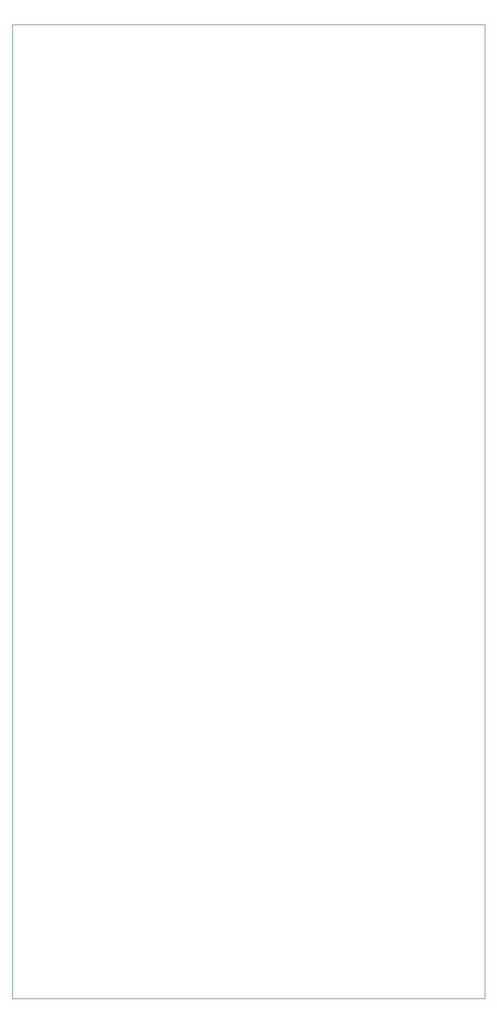
<source format=gbr>
G04 #@! TF.GenerationSoftware,KiCad,Pcbnew,5.1.2*
G04 #@! TF.CreationDate,2019-06-27T09:05:03-04:00*
G04 #@! TF.ProjectId,repl_sharp_el-w516x,7265706c-5f73-4686-9172-705f656c2d77,rev?*
G04 #@! TF.SameCoordinates,Original*
G04 #@! TF.FileFunction,Profile,NP*
%FSLAX46Y46*%
G04 Gerber Fmt 4.6, Leading zero omitted, Abs format (unit mm)*
G04 Created by KiCad (PCBNEW 5.1.2) date 2019-06-27 09:05:03*
%MOMM*%
%LPD*%
G04 APERTURE LIST*
%ADD10C,0.120000*%
G04 APERTURE END LIST*
D10*
X101320000Y-8800000D02*
X169900000Y-8800000D01*
X101320000Y-150040000D02*
X101320000Y-8800000D01*
X169900000Y-150040000D02*
X101320000Y-150040000D01*
X169900000Y-8800000D02*
X169900000Y-150040000D01*
M02*

</source>
